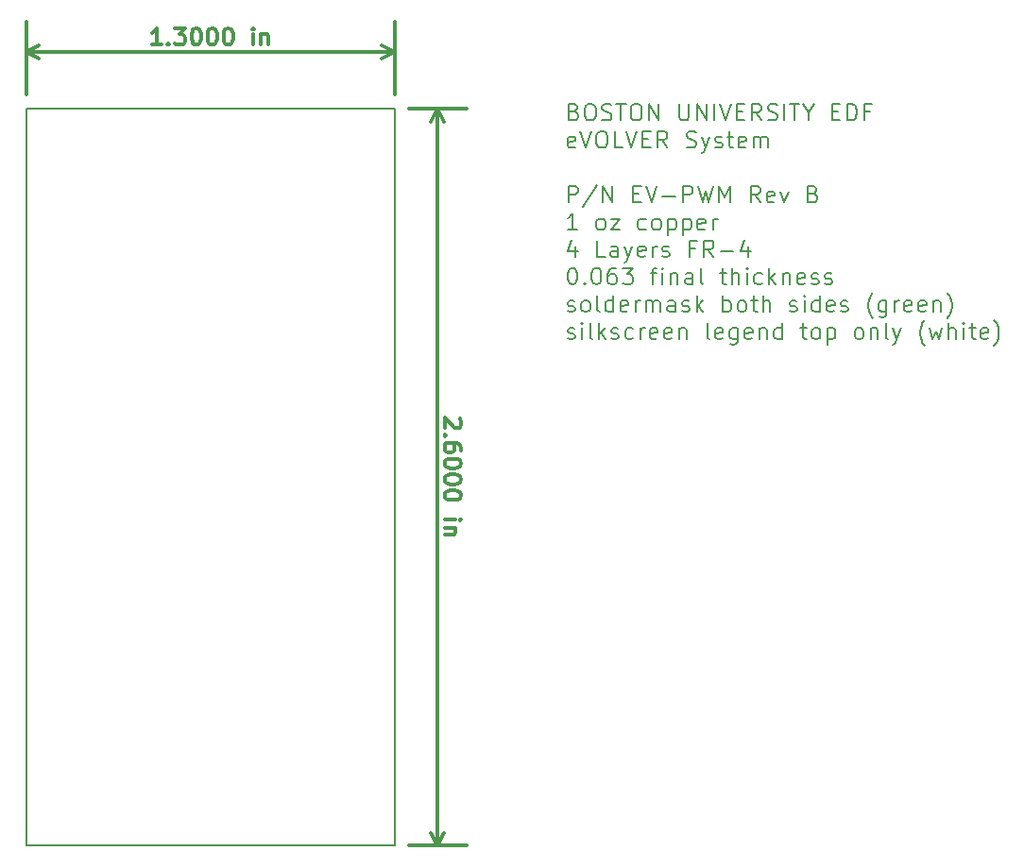
<source format=gbr>
G04 #@! TF.FileFunction,Drawing*
%FSLAX46Y46*%
G04 Gerber Fmt 4.6, Leading zero omitted, Abs format (unit mm)*
G04 Created by KiCad (PCBNEW 4.0.3+e1-6302~38~ubuntu14.04.1-stable) date Fri Aug 19 16:23:58 2016*
%MOMM*%
%LPD*%
G01*
G04 APERTURE LIST*
%ADD10C,0.100000*%
%ADD11C,0.300000*%
%ADD12C,0.203200*%
%ADD13C,0.150000*%
G04 APERTURE END LIST*
D10*
D11*
X192528571Y-98890001D02*
X192600000Y-98961430D01*
X192671429Y-99104287D01*
X192671429Y-99461430D01*
X192600000Y-99604287D01*
X192528571Y-99675716D01*
X192385714Y-99747144D01*
X192242857Y-99747144D01*
X192028571Y-99675716D01*
X191171429Y-98818573D01*
X191171429Y-99747144D01*
X191314286Y-100390001D02*
X191242857Y-100461429D01*
X191171429Y-100390001D01*
X191242857Y-100318572D01*
X191314286Y-100390001D01*
X191171429Y-100390001D01*
X192671429Y-101747144D02*
X192671429Y-101461430D01*
X192600000Y-101318573D01*
X192528571Y-101247144D01*
X192314286Y-101104287D01*
X192028571Y-101032858D01*
X191457143Y-101032858D01*
X191314286Y-101104287D01*
X191242857Y-101175715D01*
X191171429Y-101318573D01*
X191171429Y-101604287D01*
X191242857Y-101747144D01*
X191314286Y-101818573D01*
X191457143Y-101890001D01*
X191814286Y-101890001D01*
X191957143Y-101818573D01*
X192028571Y-101747144D01*
X192100000Y-101604287D01*
X192100000Y-101318573D01*
X192028571Y-101175715D01*
X191957143Y-101104287D01*
X191814286Y-101032858D01*
X192671429Y-102818572D02*
X192671429Y-102961429D01*
X192600000Y-103104286D01*
X192528571Y-103175715D01*
X192385714Y-103247144D01*
X192100000Y-103318572D01*
X191742857Y-103318572D01*
X191457143Y-103247144D01*
X191314286Y-103175715D01*
X191242857Y-103104286D01*
X191171429Y-102961429D01*
X191171429Y-102818572D01*
X191242857Y-102675715D01*
X191314286Y-102604286D01*
X191457143Y-102532858D01*
X191742857Y-102461429D01*
X192100000Y-102461429D01*
X192385714Y-102532858D01*
X192528571Y-102604286D01*
X192600000Y-102675715D01*
X192671429Y-102818572D01*
X192671429Y-104247143D02*
X192671429Y-104390000D01*
X192600000Y-104532857D01*
X192528571Y-104604286D01*
X192385714Y-104675715D01*
X192100000Y-104747143D01*
X191742857Y-104747143D01*
X191457143Y-104675715D01*
X191314286Y-104604286D01*
X191242857Y-104532857D01*
X191171429Y-104390000D01*
X191171429Y-104247143D01*
X191242857Y-104104286D01*
X191314286Y-104032857D01*
X191457143Y-103961429D01*
X191742857Y-103890000D01*
X192100000Y-103890000D01*
X192385714Y-103961429D01*
X192528571Y-104032857D01*
X192600000Y-104104286D01*
X192671429Y-104247143D01*
X192671429Y-105675714D02*
X192671429Y-105818571D01*
X192600000Y-105961428D01*
X192528571Y-106032857D01*
X192385714Y-106104286D01*
X192100000Y-106175714D01*
X191742857Y-106175714D01*
X191457143Y-106104286D01*
X191314286Y-106032857D01*
X191242857Y-105961428D01*
X191171429Y-105818571D01*
X191171429Y-105675714D01*
X191242857Y-105532857D01*
X191314286Y-105461428D01*
X191457143Y-105390000D01*
X191742857Y-105318571D01*
X192100000Y-105318571D01*
X192385714Y-105390000D01*
X192528571Y-105461428D01*
X192600000Y-105532857D01*
X192671429Y-105675714D01*
X191171429Y-107961428D02*
X192171429Y-107961428D01*
X192671429Y-107961428D02*
X192600000Y-107889999D01*
X192528571Y-107961428D01*
X192600000Y-108032856D01*
X192671429Y-107961428D01*
X192528571Y-107961428D01*
X192171429Y-108675714D02*
X191171429Y-108675714D01*
X192028571Y-108675714D02*
X192100000Y-108747142D01*
X192171429Y-108890000D01*
X192171429Y-109104285D01*
X192100000Y-109247142D01*
X191957143Y-109318571D01*
X191171429Y-109318571D01*
X190500000Y-71120000D02*
X190500000Y-137160000D01*
X187960000Y-71120000D02*
X193200000Y-71120000D01*
X187960000Y-137160000D02*
X193200000Y-137160000D01*
X190500000Y-137160000D02*
X189913579Y-136033496D01*
X190500000Y-137160000D02*
X191086421Y-136033496D01*
X190500000Y-71120000D02*
X189913579Y-72246504D01*
X190500000Y-71120000D02*
X191086421Y-72246504D01*
X165787144Y-65368571D02*
X164930001Y-65368571D01*
X165358573Y-65368571D02*
X165358573Y-63868571D01*
X165215716Y-64082857D01*
X165072858Y-64225714D01*
X164930001Y-64297143D01*
X166430001Y-65225714D02*
X166501429Y-65297143D01*
X166430001Y-65368571D01*
X166358572Y-65297143D01*
X166430001Y-65225714D01*
X166430001Y-65368571D01*
X167001430Y-63868571D02*
X167930001Y-63868571D01*
X167430001Y-64440000D01*
X167644287Y-64440000D01*
X167787144Y-64511429D01*
X167858573Y-64582857D01*
X167930001Y-64725714D01*
X167930001Y-65082857D01*
X167858573Y-65225714D01*
X167787144Y-65297143D01*
X167644287Y-65368571D01*
X167215715Y-65368571D01*
X167072858Y-65297143D01*
X167001430Y-65225714D01*
X168858572Y-63868571D02*
X169001429Y-63868571D01*
X169144286Y-63940000D01*
X169215715Y-64011429D01*
X169287144Y-64154286D01*
X169358572Y-64440000D01*
X169358572Y-64797143D01*
X169287144Y-65082857D01*
X169215715Y-65225714D01*
X169144286Y-65297143D01*
X169001429Y-65368571D01*
X168858572Y-65368571D01*
X168715715Y-65297143D01*
X168644286Y-65225714D01*
X168572858Y-65082857D01*
X168501429Y-64797143D01*
X168501429Y-64440000D01*
X168572858Y-64154286D01*
X168644286Y-64011429D01*
X168715715Y-63940000D01*
X168858572Y-63868571D01*
X170287143Y-63868571D02*
X170430000Y-63868571D01*
X170572857Y-63940000D01*
X170644286Y-64011429D01*
X170715715Y-64154286D01*
X170787143Y-64440000D01*
X170787143Y-64797143D01*
X170715715Y-65082857D01*
X170644286Y-65225714D01*
X170572857Y-65297143D01*
X170430000Y-65368571D01*
X170287143Y-65368571D01*
X170144286Y-65297143D01*
X170072857Y-65225714D01*
X170001429Y-65082857D01*
X169930000Y-64797143D01*
X169930000Y-64440000D01*
X170001429Y-64154286D01*
X170072857Y-64011429D01*
X170144286Y-63940000D01*
X170287143Y-63868571D01*
X171715714Y-63868571D02*
X171858571Y-63868571D01*
X172001428Y-63940000D01*
X172072857Y-64011429D01*
X172144286Y-64154286D01*
X172215714Y-64440000D01*
X172215714Y-64797143D01*
X172144286Y-65082857D01*
X172072857Y-65225714D01*
X172001428Y-65297143D01*
X171858571Y-65368571D01*
X171715714Y-65368571D01*
X171572857Y-65297143D01*
X171501428Y-65225714D01*
X171430000Y-65082857D01*
X171358571Y-64797143D01*
X171358571Y-64440000D01*
X171430000Y-64154286D01*
X171501428Y-64011429D01*
X171572857Y-63940000D01*
X171715714Y-63868571D01*
X174001428Y-65368571D02*
X174001428Y-64368571D01*
X174001428Y-63868571D02*
X173929999Y-63940000D01*
X174001428Y-64011429D01*
X174072856Y-63940000D01*
X174001428Y-63868571D01*
X174001428Y-64011429D01*
X174715714Y-64368571D02*
X174715714Y-65368571D01*
X174715714Y-64511429D02*
X174787142Y-64440000D01*
X174930000Y-64368571D01*
X175144285Y-64368571D01*
X175287142Y-64440000D01*
X175358571Y-64582857D01*
X175358571Y-65368571D01*
X153670000Y-66040000D02*
X186690000Y-66040000D01*
X153670000Y-69850000D02*
X153670000Y-63340000D01*
X186690000Y-69850000D02*
X186690000Y-63340000D01*
X186690000Y-66040000D02*
X185563496Y-66626421D01*
X186690000Y-66040000D02*
X185563496Y-65453579D01*
X153670000Y-66040000D02*
X154796504Y-66626421D01*
X153670000Y-66040000D02*
X154796504Y-65453579D01*
D12*
X202787143Y-71360057D02*
X203001429Y-71431486D01*
X203072857Y-71502914D01*
X203144286Y-71645771D01*
X203144286Y-71860057D01*
X203072857Y-72002914D01*
X203001429Y-72074343D01*
X202858571Y-72145771D01*
X202287143Y-72145771D01*
X202287143Y-70645771D01*
X202787143Y-70645771D01*
X202930000Y-70717200D01*
X203001429Y-70788629D01*
X203072857Y-70931486D01*
X203072857Y-71074343D01*
X203001429Y-71217200D01*
X202930000Y-71288629D01*
X202787143Y-71360057D01*
X202287143Y-71360057D01*
X204072857Y-70645771D02*
X204358571Y-70645771D01*
X204501429Y-70717200D01*
X204644286Y-70860057D01*
X204715714Y-71145771D01*
X204715714Y-71645771D01*
X204644286Y-71931486D01*
X204501429Y-72074343D01*
X204358571Y-72145771D01*
X204072857Y-72145771D01*
X203930000Y-72074343D01*
X203787143Y-71931486D01*
X203715714Y-71645771D01*
X203715714Y-71145771D01*
X203787143Y-70860057D01*
X203930000Y-70717200D01*
X204072857Y-70645771D01*
X205287143Y-72074343D02*
X205501429Y-72145771D01*
X205858572Y-72145771D01*
X206001429Y-72074343D01*
X206072858Y-72002914D01*
X206144286Y-71860057D01*
X206144286Y-71717200D01*
X206072858Y-71574343D01*
X206001429Y-71502914D01*
X205858572Y-71431486D01*
X205572858Y-71360057D01*
X205430000Y-71288629D01*
X205358572Y-71217200D01*
X205287143Y-71074343D01*
X205287143Y-70931486D01*
X205358572Y-70788629D01*
X205430000Y-70717200D01*
X205572858Y-70645771D01*
X205930000Y-70645771D01*
X206144286Y-70717200D01*
X206572857Y-70645771D02*
X207430000Y-70645771D01*
X207001429Y-72145771D02*
X207001429Y-70645771D01*
X208215714Y-70645771D02*
X208501428Y-70645771D01*
X208644286Y-70717200D01*
X208787143Y-70860057D01*
X208858571Y-71145771D01*
X208858571Y-71645771D01*
X208787143Y-71931486D01*
X208644286Y-72074343D01*
X208501428Y-72145771D01*
X208215714Y-72145771D01*
X208072857Y-72074343D01*
X207930000Y-71931486D01*
X207858571Y-71645771D01*
X207858571Y-71145771D01*
X207930000Y-70860057D01*
X208072857Y-70717200D01*
X208215714Y-70645771D01*
X209501429Y-72145771D02*
X209501429Y-70645771D01*
X210358572Y-72145771D01*
X210358572Y-70645771D01*
X212215715Y-70645771D02*
X212215715Y-71860057D01*
X212287143Y-72002914D01*
X212358572Y-72074343D01*
X212501429Y-72145771D01*
X212787143Y-72145771D01*
X212930001Y-72074343D01*
X213001429Y-72002914D01*
X213072858Y-71860057D01*
X213072858Y-70645771D01*
X213787144Y-72145771D02*
X213787144Y-70645771D01*
X214644287Y-72145771D01*
X214644287Y-70645771D01*
X215358573Y-72145771D02*
X215358573Y-70645771D01*
X215858573Y-70645771D02*
X216358573Y-72145771D01*
X216858573Y-70645771D01*
X217358573Y-71360057D02*
X217858573Y-71360057D01*
X218072859Y-72145771D02*
X217358573Y-72145771D01*
X217358573Y-70645771D01*
X218072859Y-70645771D01*
X219572859Y-72145771D02*
X219072859Y-71431486D01*
X218715716Y-72145771D02*
X218715716Y-70645771D01*
X219287144Y-70645771D01*
X219430002Y-70717200D01*
X219501430Y-70788629D01*
X219572859Y-70931486D01*
X219572859Y-71145771D01*
X219501430Y-71288629D01*
X219430002Y-71360057D01*
X219287144Y-71431486D01*
X218715716Y-71431486D01*
X220144287Y-72074343D02*
X220358573Y-72145771D01*
X220715716Y-72145771D01*
X220858573Y-72074343D01*
X220930002Y-72002914D01*
X221001430Y-71860057D01*
X221001430Y-71717200D01*
X220930002Y-71574343D01*
X220858573Y-71502914D01*
X220715716Y-71431486D01*
X220430002Y-71360057D01*
X220287144Y-71288629D01*
X220215716Y-71217200D01*
X220144287Y-71074343D01*
X220144287Y-70931486D01*
X220215716Y-70788629D01*
X220287144Y-70717200D01*
X220430002Y-70645771D01*
X220787144Y-70645771D01*
X221001430Y-70717200D01*
X221644287Y-72145771D02*
X221644287Y-70645771D01*
X222144287Y-70645771D02*
X223001430Y-70645771D01*
X222572859Y-72145771D02*
X222572859Y-70645771D01*
X223787144Y-71431486D02*
X223787144Y-72145771D01*
X223287144Y-70645771D02*
X223787144Y-71431486D01*
X224287144Y-70645771D01*
X225930001Y-71360057D02*
X226430001Y-71360057D01*
X226644287Y-72145771D02*
X225930001Y-72145771D01*
X225930001Y-70645771D01*
X226644287Y-70645771D01*
X227287144Y-72145771D02*
X227287144Y-70645771D01*
X227644287Y-70645771D01*
X227858572Y-70717200D01*
X228001430Y-70860057D01*
X228072858Y-71002914D01*
X228144287Y-71288629D01*
X228144287Y-71502914D01*
X228072858Y-71788629D01*
X228001430Y-71931486D01*
X227858572Y-72074343D01*
X227644287Y-72145771D01*
X227287144Y-72145771D01*
X229287144Y-71360057D02*
X228787144Y-71360057D01*
X228787144Y-72145771D02*
X228787144Y-70645771D01*
X229501430Y-70645771D01*
X202858571Y-74527543D02*
X202715714Y-74598971D01*
X202430000Y-74598971D01*
X202287143Y-74527543D01*
X202215714Y-74384686D01*
X202215714Y-73813257D01*
X202287143Y-73670400D01*
X202430000Y-73598971D01*
X202715714Y-73598971D01*
X202858571Y-73670400D01*
X202930000Y-73813257D01*
X202930000Y-73956114D01*
X202215714Y-74098971D01*
X203358571Y-73098971D02*
X203858571Y-74598971D01*
X204358571Y-73098971D01*
X205144285Y-73098971D02*
X205429999Y-73098971D01*
X205572857Y-73170400D01*
X205715714Y-73313257D01*
X205787142Y-73598971D01*
X205787142Y-74098971D01*
X205715714Y-74384686D01*
X205572857Y-74527543D01*
X205429999Y-74598971D01*
X205144285Y-74598971D01*
X205001428Y-74527543D01*
X204858571Y-74384686D01*
X204787142Y-74098971D01*
X204787142Y-73598971D01*
X204858571Y-73313257D01*
X205001428Y-73170400D01*
X205144285Y-73098971D01*
X207144286Y-74598971D02*
X206430000Y-74598971D01*
X206430000Y-73098971D01*
X207430000Y-73098971D02*
X207930000Y-74598971D01*
X208430000Y-73098971D01*
X208930000Y-73813257D02*
X209430000Y-73813257D01*
X209644286Y-74598971D02*
X208930000Y-74598971D01*
X208930000Y-73098971D01*
X209644286Y-73098971D01*
X211144286Y-74598971D02*
X210644286Y-73884686D01*
X210287143Y-74598971D02*
X210287143Y-73098971D01*
X210858571Y-73098971D01*
X211001429Y-73170400D01*
X211072857Y-73241829D01*
X211144286Y-73384686D01*
X211144286Y-73598971D01*
X211072857Y-73741829D01*
X211001429Y-73813257D01*
X210858571Y-73884686D01*
X210287143Y-73884686D01*
X212858571Y-74527543D02*
X213072857Y-74598971D01*
X213430000Y-74598971D01*
X213572857Y-74527543D01*
X213644286Y-74456114D01*
X213715714Y-74313257D01*
X213715714Y-74170400D01*
X213644286Y-74027543D01*
X213572857Y-73956114D01*
X213430000Y-73884686D01*
X213144286Y-73813257D01*
X213001428Y-73741829D01*
X212930000Y-73670400D01*
X212858571Y-73527543D01*
X212858571Y-73384686D01*
X212930000Y-73241829D01*
X213001428Y-73170400D01*
X213144286Y-73098971D01*
X213501428Y-73098971D01*
X213715714Y-73170400D01*
X214215714Y-73598971D02*
X214572857Y-74598971D01*
X214929999Y-73598971D02*
X214572857Y-74598971D01*
X214429999Y-74956114D01*
X214358571Y-75027543D01*
X214215714Y-75098971D01*
X215429999Y-74527543D02*
X215572856Y-74598971D01*
X215858571Y-74598971D01*
X216001428Y-74527543D01*
X216072856Y-74384686D01*
X216072856Y-74313257D01*
X216001428Y-74170400D01*
X215858571Y-74098971D01*
X215644285Y-74098971D01*
X215501428Y-74027543D01*
X215429999Y-73884686D01*
X215429999Y-73813257D01*
X215501428Y-73670400D01*
X215644285Y-73598971D01*
X215858571Y-73598971D01*
X216001428Y-73670400D01*
X216501428Y-73598971D02*
X217072857Y-73598971D01*
X216715714Y-73098971D02*
X216715714Y-74384686D01*
X216787142Y-74527543D01*
X216930000Y-74598971D01*
X217072857Y-74598971D01*
X218144285Y-74527543D02*
X218001428Y-74598971D01*
X217715714Y-74598971D01*
X217572857Y-74527543D01*
X217501428Y-74384686D01*
X217501428Y-73813257D01*
X217572857Y-73670400D01*
X217715714Y-73598971D01*
X218001428Y-73598971D01*
X218144285Y-73670400D01*
X218215714Y-73813257D01*
X218215714Y-73956114D01*
X217501428Y-74098971D01*
X218858571Y-74598971D02*
X218858571Y-73598971D01*
X218858571Y-73741829D02*
X218929999Y-73670400D01*
X219072857Y-73598971D01*
X219287142Y-73598971D01*
X219429999Y-73670400D01*
X219501428Y-73813257D01*
X219501428Y-74598971D01*
X219501428Y-73813257D02*
X219572857Y-73670400D01*
X219715714Y-73598971D01*
X219929999Y-73598971D01*
X220072857Y-73670400D01*
X220144285Y-73813257D01*
X220144285Y-74598971D01*
X202287143Y-79505371D02*
X202287143Y-78005371D01*
X202858571Y-78005371D01*
X203001429Y-78076800D01*
X203072857Y-78148229D01*
X203144286Y-78291086D01*
X203144286Y-78505371D01*
X203072857Y-78648229D01*
X203001429Y-78719657D01*
X202858571Y-78791086D01*
X202287143Y-78791086D01*
X204858571Y-77933943D02*
X203572857Y-79862514D01*
X205358572Y-79505371D02*
X205358572Y-78005371D01*
X206215715Y-79505371D01*
X206215715Y-78005371D01*
X208072858Y-78719657D02*
X208572858Y-78719657D01*
X208787144Y-79505371D02*
X208072858Y-79505371D01*
X208072858Y-78005371D01*
X208787144Y-78005371D01*
X209215715Y-78005371D02*
X209715715Y-79505371D01*
X210215715Y-78005371D01*
X210715715Y-78933943D02*
X211858572Y-78933943D01*
X212572858Y-79505371D02*
X212572858Y-78005371D01*
X213144286Y-78005371D01*
X213287144Y-78076800D01*
X213358572Y-78148229D01*
X213430001Y-78291086D01*
X213430001Y-78505371D01*
X213358572Y-78648229D01*
X213287144Y-78719657D01*
X213144286Y-78791086D01*
X212572858Y-78791086D01*
X213930001Y-78005371D02*
X214287144Y-79505371D01*
X214572858Y-78433943D01*
X214858572Y-79505371D01*
X215215715Y-78005371D01*
X215787144Y-79505371D02*
X215787144Y-78005371D01*
X216287144Y-79076800D01*
X216787144Y-78005371D01*
X216787144Y-79505371D01*
X219501430Y-79505371D02*
X219001430Y-78791086D01*
X218644287Y-79505371D02*
X218644287Y-78005371D01*
X219215715Y-78005371D01*
X219358573Y-78076800D01*
X219430001Y-78148229D01*
X219501430Y-78291086D01*
X219501430Y-78505371D01*
X219430001Y-78648229D01*
X219358573Y-78719657D01*
X219215715Y-78791086D01*
X218644287Y-78791086D01*
X220715715Y-79433943D02*
X220572858Y-79505371D01*
X220287144Y-79505371D01*
X220144287Y-79433943D01*
X220072858Y-79291086D01*
X220072858Y-78719657D01*
X220144287Y-78576800D01*
X220287144Y-78505371D01*
X220572858Y-78505371D01*
X220715715Y-78576800D01*
X220787144Y-78719657D01*
X220787144Y-78862514D01*
X220072858Y-79005371D01*
X221287144Y-78505371D02*
X221644287Y-79505371D01*
X222001429Y-78505371D01*
X224215715Y-78719657D02*
X224430001Y-78791086D01*
X224501429Y-78862514D01*
X224572858Y-79005371D01*
X224572858Y-79219657D01*
X224501429Y-79362514D01*
X224430001Y-79433943D01*
X224287143Y-79505371D01*
X223715715Y-79505371D01*
X223715715Y-78005371D01*
X224215715Y-78005371D01*
X224358572Y-78076800D01*
X224430001Y-78148229D01*
X224501429Y-78291086D01*
X224501429Y-78433943D01*
X224430001Y-78576800D01*
X224358572Y-78648229D01*
X224215715Y-78719657D01*
X223715715Y-78719657D01*
X203072857Y-81958571D02*
X202215714Y-81958571D01*
X202644286Y-81958571D02*
X202644286Y-80458571D01*
X202501429Y-80672857D01*
X202358571Y-80815714D01*
X202215714Y-80887143D01*
X205072857Y-81958571D02*
X204929999Y-81887143D01*
X204858571Y-81815714D01*
X204787142Y-81672857D01*
X204787142Y-81244286D01*
X204858571Y-81101429D01*
X204929999Y-81030000D01*
X205072857Y-80958571D01*
X205287142Y-80958571D01*
X205429999Y-81030000D01*
X205501428Y-81101429D01*
X205572857Y-81244286D01*
X205572857Y-81672857D01*
X205501428Y-81815714D01*
X205429999Y-81887143D01*
X205287142Y-81958571D01*
X205072857Y-81958571D01*
X206072857Y-80958571D02*
X206858571Y-80958571D01*
X206072857Y-81958571D01*
X206858571Y-81958571D01*
X209215714Y-81887143D02*
X209072857Y-81958571D01*
X208787143Y-81958571D01*
X208644285Y-81887143D01*
X208572857Y-81815714D01*
X208501428Y-81672857D01*
X208501428Y-81244286D01*
X208572857Y-81101429D01*
X208644285Y-81030000D01*
X208787143Y-80958571D01*
X209072857Y-80958571D01*
X209215714Y-81030000D01*
X210072857Y-81958571D02*
X209929999Y-81887143D01*
X209858571Y-81815714D01*
X209787142Y-81672857D01*
X209787142Y-81244286D01*
X209858571Y-81101429D01*
X209929999Y-81030000D01*
X210072857Y-80958571D01*
X210287142Y-80958571D01*
X210429999Y-81030000D01*
X210501428Y-81101429D01*
X210572857Y-81244286D01*
X210572857Y-81672857D01*
X210501428Y-81815714D01*
X210429999Y-81887143D01*
X210287142Y-81958571D01*
X210072857Y-81958571D01*
X211215714Y-80958571D02*
X211215714Y-82458571D01*
X211215714Y-81030000D02*
X211358571Y-80958571D01*
X211644285Y-80958571D01*
X211787142Y-81030000D01*
X211858571Y-81101429D01*
X211930000Y-81244286D01*
X211930000Y-81672857D01*
X211858571Y-81815714D01*
X211787142Y-81887143D01*
X211644285Y-81958571D01*
X211358571Y-81958571D01*
X211215714Y-81887143D01*
X212572857Y-80958571D02*
X212572857Y-82458571D01*
X212572857Y-81030000D02*
X212715714Y-80958571D01*
X213001428Y-80958571D01*
X213144285Y-81030000D01*
X213215714Y-81101429D01*
X213287143Y-81244286D01*
X213287143Y-81672857D01*
X213215714Y-81815714D01*
X213144285Y-81887143D01*
X213001428Y-81958571D01*
X212715714Y-81958571D01*
X212572857Y-81887143D01*
X214501428Y-81887143D02*
X214358571Y-81958571D01*
X214072857Y-81958571D01*
X213930000Y-81887143D01*
X213858571Y-81744286D01*
X213858571Y-81172857D01*
X213930000Y-81030000D01*
X214072857Y-80958571D01*
X214358571Y-80958571D01*
X214501428Y-81030000D01*
X214572857Y-81172857D01*
X214572857Y-81315714D01*
X213858571Y-81458571D01*
X215215714Y-81958571D02*
X215215714Y-80958571D01*
X215215714Y-81244286D02*
X215287142Y-81101429D01*
X215358571Y-81030000D01*
X215501428Y-80958571D01*
X215644285Y-80958571D01*
X202930000Y-83411771D02*
X202930000Y-84411771D01*
X202572857Y-82840343D02*
X202215714Y-83911771D01*
X203144286Y-83911771D01*
X205572857Y-84411771D02*
X204858571Y-84411771D01*
X204858571Y-82911771D01*
X206715714Y-84411771D02*
X206715714Y-83626057D01*
X206644285Y-83483200D01*
X206501428Y-83411771D01*
X206215714Y-83411771D01*
X206072857Y-83483200D01*
X206715714Y-84340343D02*
X206572857Y-84411771D01*
X206215714Y-84411771D01*
X206072857Y-84340343D01*
X206001428Y-84197486D01*
X206001428Y-84054629D01*
X206072857Y-83911771D01*
X206215714Y-83840343D01*
X206572857Y-83840343D01*
X206715714Y-83768914D01*
X207287143Y-83411771D02*
X207644286Y-84411771D01*
X208001428Y-83411771D02*
X207644286Y-84411771D01*
X207501428Y-84768914D01*
X207430000Y-84840343D01*
X207287143Y-84911771D01*
X209144285Y-84340343D02*
X209001428Y-84411771D01*
X208715714Y-84411771D01*
X208572857Y-84340343D01*
X208501428Y-84197486D01*
X208501428Y-83626057D01*
X208572857Y-83483200D01*
X208715714Y-83411771D01*
X209001428Y-83411771D01*
X209144285Y-83483200D01*
X209215714Y-83626057D01*
X209215714Y-83768914D01*
X208501428Y-83911771D01*
X209858571Y-84411771D02*
X209858571Y-83411771D01*
X209858571Y-83697486D02*
X209929999Y-83554629D01*
X210001428Y-83483200D01*
X210144285Y-83411771D01*
X210287142Y-83411771D01*
X210715713Y-84340343D02*
X210858570Y-84411771D01*
X211144285Y-84411771D01*
X211287142Y-84340343D01*
X211358570Y-84197486D01*
X211358570Y-84126057D01*
X211287142Y-83983200D01*
X211144285Y-83911771D01*
X210929999Y-83911771D01*
X210787142Y-83840343D01*
X210715713Y-83697486D01*
X210715713Y-83626057D01*
X210787142Y-83483200D01*
X210929999Y-83411771D01*
X211144285Y-83411771D01*
X211287142Y-83483200D01*
X213644285Y-83626057D02*
X213144285Y-83626057D01*
X213144285Y-84411771D02*
X213144285Y-82911771D01*
X213858571Y-82911771D01*
X215287142Y-84411771D02*
X214787142Y-83697486D01*
X214429999Y-84411771D02*
X214429999Y-82911771D01*
X215001427Y-82911771D01*
X215144285Y-82983200D01*
X215215713Y-83054629D01*
X215287142Y-83197486D01*
X215287142Y-83411771D01*
X215215713Y-83554629D01*
X215144285Y-83626057D01*
X215001427Y-83697486D01*
X214429999Y-83697486D01*
X215929999Y-83840343D02*
X217072856Y-83840343D01*
X218429999Y-83411771D02*
X218429999Y-84411771D01*
X218072856Y-82840343D02*
X217715713Y-83911771D01*
X218644285Y-83911771D01*
X202572857Y-85364971D02*
X202715714Y-85364971D01*
X202858571Y-85436400D01*
X202930000Y-85507829D01*
X203001429Y-85650686D01*
X203072857Y-85936400D01*
X203072857Y-86293543D01*
X203001429Y-86579257D01*
X202930000Y-86722114D01*
X202858571Y-86793543D01*
X202715714Y-86864971D01*
X202572857Y-86864971D01*
X202430000Y-86793543D01*
X202358571Y-86722114D01*
X202287143Y-86579257D01*
X202215714Y-86293543D01*
X202215714Y-85936400D01*
X202287143Y-85650686D01*
X202358571Y-85507829D01*
X202430000Y-85436400D01*
X202572857Y-85364971D01*
X203715714Y-86722114D02*
X203787142Y-86793543D01*
X203715714Y-86864971D01*
X203644285Y-86793543D01*
X203715714Y-86722114D01*
X203715714Y-86864971D01*
X204715714Y-85364971D02*
X204858571Y-85364971D01*
X205001428Y-85436400D01*
X205072857Y-85507829D01*
X205144286Y-85650686D01*
X205215714Y-85936400D01*
X205215714Y-86293543D01*
X205144286Y-86579257D01*
X205072857Y-86722114D01*
X205001428Y-86793543D01*
X204858571Y-86864971D01*
X204715714Y-86864971D01*
X204572857Y-86793543D01*
X204501428Y-86722114D01*
X204430000Y-86579257D01*
X204358571Y-86293543D01*
X204358571Y-85936400D01*
X204430000Y-85650686D01*
X204501428Y-85507829D01*
X204572857Y-85436400D01*
X204715714Y-85364971D01*
X206501428Y-85364971D02*
X206215714Y-85364971D01*
X206072857Y-85436400D01*
X206001428Y-85507829D01*
X205858571Y-85722114D01*
X205787142Y-86007829D01*
X205787142Y-86579257D01*
X205858571Y-86722114D01*
X205929999Y-86793543D01*
X206072857Y-86864971D01*
X206358571Y-86864971D01*
X206501428Y-86793543D01*
X206572857Y-86722114D01*
X206644285Y-86579257D01*
X206644285Y-86222114D01*
X206572857Y-86079257D01*
X206501428Y-86007829D01*
X206358571Y-85936400D01*
X206072857Y-85936400D01*
X205929999Y-86007829D01*
X205858571Y-86079257D01*
X205787142Y-86222114D01*
X207144285Y-85364971D02*
X208072856Y-85364971D01*
X207572856Y-85936400D01*
X207787142Y-85936400D01*
X207929999Y-86007829D01*
X208001428Y-86079257D01*
X208072856Y-86222114D01*
X208072856Y-86579257D01*
X208001428Y-86722114D01*
X207929999Y-86793543D01*
X207787142Y-86864971D01*
X207358570Y-86864971D01*
X207215713Y-86793543D01*
X207144285Y-86722114D01*
X209644284Y-85864971D02*
X210215713Y-85864971D01*
X209858570Y-86864971D02*
X209858570Y-85579257D01*
X209929998Y-85436400D01*
X210072856Y-85364971D01*
X210215713Y-85364971D01*
X210715713Y-86864971D02*
X210715713Y-85864971D01*
X210715713Y-85364971D02*
X210644284Y-85436400D01*
X210715713Y-85507829D01*
X210787141Y-85436400D01*
X210715713Y-85364971D01*
X210715713Y-85507829D01*
X211429999Y-85864971D02*
X211429999Y-86864971D01*
X211429999Y-86007829D02*
X211501427Y-85936400D01*
X211644285Y-85864971D01*
X211858570Y-85864971D01*
X212001427Y-85936400D01*
X212072856Y-86079257D01*
X212072856Y-86864971D01*
X213429999Y-86864971D02*
X213429999Y-86079257D01*
X213358570Y-85936400D01*
X213215713Y-85864971D01*
X212929999Y-85864971D01*
X212787142Y-85936400D01*
X213429999Y-86793543D02*
X213287142Y-86864971D01*
X212929999Y-86864971D01*
X212787142Y-86793543D01*
X212715713Y-86650686D01*
X212715713Y-86507829D01*
X212787142Y-86364971D01*
X212929999Y-86293543D01*
X213287142Y-86293543D01*
X213429999Y-86222114D01*
X214358571Y-86864971D02*
X214215713Y-86793543D01*
X214144285Y-86650686D01*
X214144285Y-85364971D01*
X215858570Y-85864971D02*
X216429999Y-85864971D01*
X216072856Y-85364971D02*
X216072856Y-86650686D01*
X216144284Y-86793543D01*
X216287142Y-86864971D01*
X216429999Y-86864971D01*
X216929999Y-86864971D02*
X216929999Y-85364971D01*
X217572856Y-86864971D02*
X217572856Y-86079257D01*
X217501427Y-85936400D01*
X217358570Y-85864971D01*
X217144285Y-85864971D01*
X217001427Y-85936400D01*
X216929999Y-86007829D01*
X218287142Y-86864971D02*
X218287142Y-85864971D01*
X218287142Y-85364971D02*
X218215713Y-85436400D01*
X218287142Y-85507829D01*
X218358570Y-85436400D01*
X218287142Y-85364971D01*
X218287142Y-85507829D01*
X219644285Y-86793543D02*
X219501428Y-86864971D01*
X219215714Y-86864971D01*
X219072856Y-86793543D01*
X219001428Y-86722114D01*
X218929999Y-86579257D01*
X218929999Y-86150686D01*
X219001428Y-86007829D01*
X219072856Y-85936400D01*
X219215714Y-85864971D01*
X219501428Y-85864971D01*
X219644285Y-85936400D01*
X220287142Y-86864971D02*
X220287142Y-85364971D01*
X220429999Y-86293543D02*
X220858570Y-86864971D01*
X220858570Y-85864971D02*
X220287142Y-86436400D01*
X221501428Y-85864971D02*
X221501428Y-86864971D01*
X221501428Y-86007829D02*
X221572856Y-85936400D01*
X221715714Y-85864971D01*
X221929999Y-85864971D01*
X222072856Y-85936400D01*
X222144285Y-86079257D01*
X222144285Y-86864971D01*
X223429999Y-86793543D02*
X223287142Y-86864971D01*
X223001428Y-86864971D01*
X222858571Y-86793543D01*
X222787142Y-86650686D01*
X222787142Y-86079257D01*
X222858571Y-85936400D01*
X223001428Y-85864971D01*
X223287142Y-85864971D01*
X223429999Y-85936400D01*
X223501428Y-86079257D01*
X223501428Y-86222114D01*
X222787142Y-86364971D01*
X224072856Y-86793543D02*
X224215713Y-86864971D01*
X224501428Y-86864971D01*
X224644285Y-86793543D01*
X224715713Y-86650686D01*
X224715713Y-86579257D01*
X224644285Y-86436400D01*
X224501428Y-86364971D01*
X224287142Y-86364971D01*
X224144285Y-86293543D01*
X224072856Y-86150686D01*
X224072856Y-86079257D01*
X224144285Y-85936400D01*
X224287142Y-85864971D01*
X224501428Y-85864971D01*
X224644285Y-85936400D01*
X225287142Y-86793543D02*
X225429999Y-86864971D01*
X225715714Y-86864971D01*
X225858571Y-86793543D01*
X225929999Y-86650686D01*
X225929999Y-86579257D01*
X225858571Y-86436400D01*
X225715714Y-86364971D01*
X225501428Y-86364971D01*
X225358571Y-86293543D01*
X225287142Y-86150686D01*
X225287142Y-86079257D01*
X225358571Y-85936400D01*
X225501428Y-85864971D01*
X225715714Y-85864971D01*
X225858571Y-85936400D01*
X202215714Y-89246743D02*
X202358571Y-89318171D01*
X202644286Y-89318171D01*
X202787143Y-89246743D01*
X202858571Y-89103886D01*
X202858571Y-89032457D01*
X202787143Y-88889600D01*
X202644286Y-88818171D01*
X202430000Y-88818171D01*
X202287143Y-88746743D01*
X202215714Y-88603886D01*
X202215714Y-88532457D01*
X202287143Y-88389600D01*
X202430000Y-88318171D01*
X202644286Y-88318171D01*
X202787143Y-88389600D01*
X203715715Y-89318171D02*
X203572857Y-89246743D01*
X203501429Y-89175314D01*
X203430000Y-89032457D01*
X203430000Y-88603886D01*
X203501429Y-88461029D01*
X203572857Y-88389600D01*
X203715715Y-88318171D01*
X203930000Y-88318171D01*
X204072857Y-88389600D01*
X204144286Y-88461029D01*
X204215715Y-88603886D01*
X204215715Y-89032457D01*
X204144286Y-89175314D01*
X204072857Y-89246743D01*
X203930000Y-89318171D01*
X203715715Y-89318171D01*
X205072858Y-89318171D02*
X204930000Y-89246743D01*
X204858572Y-89103886D01*
X204858572Y-87818171D01*
X206287143Y-89318171D02*
X206287143Y-87818171D01*
X206287143Y-89246743D02*
X206144286Y-89318171D01*
X205858572Y-89318171D01*
X205715714Y-89246743D01*
X205644286Y-89175314D01*
X205572857Y-89032457D01*
X205572857Y-88603886D01*
X205644286Y-88461029D01*
X205715714Y-88389600D01*
X205858572Y-88318171D01*
X206144286Y-88318171D01*
X206287143Y-88389600D01*
X207572857Y-89246743D02*
X207430000Y-89318171D01*
X207144286Y-89318171D01*
X207001429Y-89246743D01*
X206930000Y-89103886D01*
X206930000Y-88532457D01*
X207001429Y-88389600D01*
X207144286Y-88318171D01*
X207430000Y-88318171D01*
X207572857Y-88389600D01*
X207644286Y-88532457D01*
X207644286Y-88675314D01*
X206930000Y-88818171D01*
X208287143Y-89318171D02*
X208287143Y-88318171D01*
X208287143Y-88603886D02*
X208358571Y-88461029D01*
X208430000Y-88389600D01*
X208572857Y-88318171D01*
X208715714Y-88318171D01*
X209215714Y-89318171D02*
X209215714Y-88318171D01*
X209215714Y-88461029D02*
X209287142Y-88389600D01*
X209430000Y-88318171D01*
X209644285Y-88318171D01*
X209787142Y-88389600D01*
X209858571Y-88532457D01*
X209858571Y-89318171D01*
X209858571Y-88532457D02*
X209930000Y-88389600D01*
X210072857Y-88318171D01*
X210287142Y-88318171D01*
X210430000Y-88389600D01*
X210501428Y-88532457D01*
X210501428Y-89318171D01*
X211858571Y-89318171D02*
X211858571Y-88532457D01*
X211787142Y-88389600D01*
X211644285Y-88318171D01*
X211358571Y-88318171D01*
X211215714Y-88389600D01*
X211858571Y-89246743D02*
X211715714Y-89318171D01*
X211358571Y-89318171D01*
X211215714Y-89246743D01*
X211144285Y-89103886D01*
X211144285Y-88961029D01*
X211215714Y-88818171D01*
X211358571Y-88746743D01*
X211715714Y-88746743D01*
X211858571Y-88675314D01*
X212501428Y-89246743D02*
X212644285Y-89318171D01*
X212930000Y-89318171D01*
X213072857Y-89246743D01*
X213144285Y-89103886D01*
X213144285Y-89032457D01*
X213072857Y-88889600D01*
X212930000Y-88818171D01*
X212715714Y-88818171D01*
X212572857Y-88746743D01*
X212501428Y-88603886D01*
X212501428Y-88532457D01*
X212572857Y-88389600D01*
X212715714Y-88318171D01*
X212930000Y-88318171D01*
X213072857Y-88389600D01*
X213787143Y-89318171D02*
X213787143Y-87818171D01*
X213930000Y-88746743D02*
X214358571Y-89318171D01*
X214358571Y-88318171D02*
X213787143Y-88889600D01*
X216144286Y-89318171D02*
X216144286Y-87818171D01*
X216144286Y-88389600D02*
X216287143Y-88318171D01*
X216572857Y-88318171D01*
X216715714Y-88389600D01*
X216787143Y-88461029D01*
X216858572Y-88603886D01*
X216858572Y-89032457D01*
X216787143Y-89175314D01*
X216715714Y-89246743D01*
X216572857Y-89318171D01*
X216287143Y-89318171D01*
X216144286Y-89246743D01*
X217715715Y-89318171D02*
X217572857Y-89246743D01*
X217501429Y-89175314D01*
X217430000Y-89032457D01*
X217430000Y-88603886D01*
X217501429Y-88461029D01*
X217572857Y-88389600D01*
X217715715Y-88318171D01*
X217930000Y-88318171D01*
X218072857Y-88389600D01*
X218144286Y-88461029D01*
X218215715Y-88603886D01*
X218215715Y-89032457D01*
X218144286Y-89175314D01*
X218072857Y-89246743D01*
X217930000Y-89318171D01*
X217715715Y-89318171D01*
X218644286Y-88318171D02*
X219215715Y-88318171D01*
X218858572Y-87818171D02*
X218858572Y-89103886D01*
X218930000Y-89246743D01*
X219072858Y-89318171D01*
X219215715Y-89318171D01*
X219715715Y-89318171D02*
X219715715Y-87818171D01*
X220358572Y-89318171D02*
X220358572Y-88532457D01*
X220287143Y-88389600D01*
X220144286Y-88318171D01*
X219930001Y-88318171D01*
X219787143Y-88389600D01*
X219715715Y-88461029D01*
X222144286Y-89246743D02*
X222287143Y-89318171D01*
X222572858Y-89318171D01*
X222715715Y-89246743D01*
X222787143Y-89103886D01*
X222787143Y-89032457D01*
X222715715Y-88889600D01*
X222572858Y-88818171D01*
X222358572Y-88818171D01*
X222215715Y-88746743D01*
X222144286Y-88603886D01*
X222144286Y-88532457D01*
X222215715Y-88389600D01*
X222358572Y-88318171D01*
X222572858Y-88318171D01*
X222715715Y-88389600D01*
X223430001Y-89318171D02*
X223430001Y-88318171D01*
X223430001Y-87818171D02*
X223358572Y-87889600D01*
X223430001Y-87961029D01*
X223501429Y-87889600D01*
X223430001Y-87818171D01*
X223430001Y-87961029D01*
X224787144Y-89318171D02*
X224787144Y-87818171D01*
X224787144Y-89246743D02*
X224644287Y-89318171D01*
X224358573Y-89318171D01*
X224215715Y-89246743D01*
X224144287Y-89175314D01*
X224072858Y-89032457D01*
X224072858Y-88603886D01*
X224144287Y-88461029D01*
X224215715Y-88389600D01*
X224358573Y-88318171D01*
X224644287Y-88318171D01*
X224787144Y-88389600D01*
X226072858Y-89246743D02*
X225930001Y-89318171D01*
X225644287Y-89318171D01*
X225501430Y-89246743D01*
X225430001Y-89103886D01*
X225430001Y-88532457D01*
X225501430Y-88389600D01*
X225644287Y-88318171D01*
X225930001Y-88318171D01*
X226072858Y-88389600D01*
X226144287Y-88532457D01*
X226144287Y-88675314D01*
X225430001Y-88818171D01*
X226715715Y-89246743D02*
X226858572Y-89318171D01*
X227144287Y-89318171D01*
X227287144Y-89246743D01*
X227358572Y-89103886D01*
X227358572Y-89032457D01*
X227287144Y-88889600D01*
X227144287Y-88818171D01*
X226930001Y-88818171D01*
X226787144Y-88746743D01*
X226715715Y-88603886D01*
X226715715Y-88532457D01*
X226787144Y-88389600D01*
X226930001Y-88318171D01*
X227144287Y-88318171D01*
X227287144Y-88389600D01*
X229572858Y-89889600D02*
X229501430Y-89818171D01*
X229358573Y-89603886D01*
X229287144Y-89461029D01*
X229215715Y-89246743D01*
X229144287Y-88889600D01*
X229144287Y-88603886D01*
X229215715Y-88246743D01*
X229287144Y-88032457D01*
X229358573Y-87889600D01*
X229501430Y-87675314D01*
X229572858Y-87603886D01*
X230787144Y-88318171D02*
X230787144Y-89532457D01*
X230715715Y-89675314D01*
X230644287Y-89746743D01*
X230501430Y-89818171D01*
X230287144Y-89818171D01*
X230144287Y-89746743D01*
X230787144Y-89246743D02*
X230644287Y-89318171D01*
X230358573Y-89318171D01*
X230215715Y-89246743D01*
X230144287Y-89175314D01*
X230072858Y-89032457D01*
X230072858Y-88603886D01*
X230144287Y-88461029D01*
X230215715Y-88389600D01*
X230358573Y-88318171D01*
X230644287Y-88318171D01*
X230787144Y-88389600D01*
X231501430Y-89318171D02*
X231501430Y-88318171D01*
X231501430Y-88603886D02*
X231572858Y-88461029D01*
X231644287Y-88389600D01*
X231787144Y-88318171D01*
X231930001Y-88318171D01*
X233001429Y-89246743D02*
X232858572Y-89318171D01*
X232572858Y-89318171D01*
X232430001Y-89246743D01*
X232358572Y-89103886D01*
X232358572Y-88532457D01*
X232430001Y-88389600D01*
X232572858Y-88318171D01*
X232858572Y-88318171D01*
X233001429Y-88389600D01*
X233072858Y-88532457D01*
X233072858Y-88675314D01*
X232358572Y-88818171D01*
X234287143Y-89246743D02*
X234144286Y-89318171D01*
X233858572Y-89318171D01*
X233715715Y-89246743D01*
X233644286Y-89103886D01*
X233644286Y-88532457D01*
X233715715Y-88389600D01*
X233858572Y-88318171D01*
X234144286Y-88318171D01*
X234287143Y-88389600D01*
X234358572Y-88532457D01*
X234358572Y-88675314D01*
X233644286Y-88818171D01*
X235001429Y-88318171D02*
X235001429Y-89318171D01*
X235001429Y-88461029D02*
X235072857Y-88389600D01*
X235215715Y-88318171D01*
X235430000Y-88318171D01*
X235572857Y-88389600D01*
X235644286Y-88532457D01*
X235644286Y-89318171D01*
X236215715Y-89889600D02*
X236287143Y-89818171D01*
X236430000Y-89603886D01*
X236501429Y-89461029D01*
X236572858Y-89246743D01*
X236644286Y-88889600D01*
X236644286Y-88603886D01*
X236572858Y-88246743D01*
X236501429Y-88032457D01*
X236430000Y-87889600D01*
X236287143Y-87675314D01*
X236215715Y-87603886D01*
X202215714Y-91699943D02*
X202358571Y-91771371D01*
X202644286Y-91771371D01*
X202787143Y-91699943D01*
X202858571Y-91557086D01*
X202858571Y-91485657D01*
X202787143Y-91342800D01*
X202644286Y-91271371D01*
X202430000Y-91271371D01*
X202287143Y-91199943D01*
X202215714Y-91057086D01*
X202215714Y-90985657D01*
X202287143Y-90842800D01*
X202430000Y-90771371D01*
X202644286Y-90771371D01*
X202787143Y-90842800D01*
X203501429Y-91771371D02*
X203501429Y-90771371D01*
X203501429Y-90271371D02*
X203430000Y-90342800D01*
X203501429Y-90414229D01*
X203572857Y-90342800D01*
X203501429Y-90271371D01*
X203501429Y-90414229D01*
X204430001Y-91771371D02*
X204287143Y-91699943D01*
X204215715Y-91557086D01*
X204215715Y-90271371D01*
X205001429Y-91771371D02*
X205001429Y-90271371D01*
X205144286Y-91199943D02*
X205572857Y-91771371D01*
X205572857Y-90771371D02*
X205001429Y-91342800D01*
X206144286Y-91699943D02*
X206287143Y-91771371D01*
X206572858Y-91771371D01*
X206715715Y-91699943D01*
X206787143Y-91557086D01*
X206787143Y-91485657D01*
X206715715Y-91342800D01*
X206572858Y-91271371D01*
X206358572Y-91271371D01*
X206215715Y-91199943D01*
X206144286Y-91057086D01*
X206144286Y-90985657D01*
X206215715Y-90842800D01*
X206358572Y-90771371D01*
X206572858Y-90771371D01*
X206715715Y-90842800D01*
X208072858Y-91699943D02*
X207930001Y-91771371D01*
X207644287Y-91771371D01*
X207501429Y-91699943D01*
X207430001Y-91628514D01*
X207358572Y-91485657D01*
X207358572Y-91057086D01*
X207430001Y-90914229D01*
X207501429Y-90842800D01*
X207644287Y-90771371D01*
X207930001Y-90771371D01*
X208072858Y-90842800D01*
X208715715Y-91771371D02*
X208715715Y-90771371D01*
X208715715Y-91057086D02*
X208787143Y-90914229D01*
X208858572Y-90842800D01*
X209001429Y-90771371D01*
X209144286Y-90771371D01*
X210215714Y-91699943D02*
X210072857Y-91771371D01*
X209787143Y-91771371D01*
X209644286Y-91699943D01*
X209572857Y-91557086D01*
X209572857Y-90985657D01*
X209644286Y-90842800D01*
X209787143Y-90771371D01*
X210072857Y-90771371D01*
X210215714Y-90842800D01*
X210287143Y-90985657D01*
X210287143Y-91128514D01*
X209572857Y-91271371D01*
X211501428Y-91699943D02*
X211358571Y-91771371D01*
X211072857Y-91771371D01*
X210930000Y-91699943D01*
X210858571Y-91557086D01*
X210858571Y-90985657D01*
X210930000Y-90842800D01*
X211072857Y-90771371D01*
X211358571Y-90771371D01*
X211501428Y-90842800D01*
X211572857Y-90985657D01*
X211572857Y-91128514D01*
X210858571Y-91271371D01*
X212215714Y-90771371D02*
X212215714Y-91771371D01*
X212215714Y-90914229D02*
X212287142Y-90842800D01*
X212430000Y-90771371D01*
X212644285Y-90771371D01*
X212787142Y-90842800D01*
X212858571Y-90985657D01*
X212858571Y-91771371D01*
X214930000Y-91771371D02*
X214787142Y-91699943D01*
X214715714Y-91557086D01*
X214715714Y-90271371D01*
X216072856Y-91699943D02*
X215929999Y-91771371D01*
X215644285Y-91771371D01*
X215501428Y-91699943D01*
X215429999Y-91557086D01*
X215429999Y-90985657D01*
X215501428Y-90842800D01*
X215644285Y-90771371D01*
X215929999Y-90771371D01*
X216072856Y-90842800D01*
X216144285Y-90985657D01*
X216144285Y-91128514D01*
X215429999Y-91271371D01*
X217429999Y-90771371D02*
X217429999Y-91985657D01*
X217358570Y-92128514D01*
X217287142Y-92199943D01*
X217144285Y-92271371D01*
X216929999Y-92271371D01*
X216787142Y-92199943D01*
X217429999Y-91699943D02*
X217287142Y-91771371D01*
X217001428Y-91771371D01*
X216858570Y-91699943D01*
X216787142Y-91628514D01*
X216715713Y-91485657D01*
X216715713Y-91057086D01*
X216787142Y-90914229D01*
X216858570Y-90842800D01*
X217001428Y-90771371D01*
X217287142Y-90771371D01*
X217429999Y-90842800D01*
X218715713Y-91699943D02*
X218572856Y-91771371D01*
X218287142Y-91771371D01*
X218144285Y-91699943D01*
X218072856Y-91557086D01*
X218072856Y-90985657D01*
X218144285Y-90842800D01*
X218287142Y-90771371D01*
X218572856Y-90771371D01*
X218715713Y-90842800D01*
X218787142Y-90985657D01*
X218787142Y-91128514D01*
X218072856Y-91271371D01*
X219429999Y-90771371D02*
X219429999Y-91771371D01*
X219429999Y-90914229D02*
X219501427Y-90842800D01*
X219644285Y-90771371D01*
X219858570Y-90771371D01*
X220001427Y-90842800D01*
X220072856Y-90985657D01*
X220072856Y-91771371D01*
X221429999Y-91771371D02*
X221429999Y-90271371D01*
X221429999Y-91699943D02*
X221287142Y-91771371D01*
X221001428Y-91771371D01*
X220858570Y-91699943D01*
X220787142Y-91628514D01*
X220715713Y-91485657D01*
X220715713Y-91057086D01*
X220787142Y-90914229D01*
X220858570Y-90842800D01*
X221001428Y-90771371D01*
X221287142Y-90771371D01*
X221429999Y-90842800D01*
X223072856Y-90771371D02*
X223644285Y-90771371D01*
X223287142Y-90271371D02*
X223287142Y-91557086D01*
X223358570Y-91699943D01*
X223501428Y-91771371D01*
X223644285Y-91771371D01*
X224358571Y-91771371D02*
X224215713Y-91699943D01*
X224144285Y-91628514D01*
X224072856Y-91485657D01*
X224072856Y-91057086D01*
X224144285Y-90914229D01*
X224215713Y-90842800D01*
X224358571Y-90771371D01*
X224572856Y-90771371D01*
X224715713Y-90842800D01*
X224787142Y-90914229D01*
X224858571Y-91057086D01*
X224858571Y-91485657D01*
X224787142Y-91628514D01*
X224715713Y-91699943D01*
X224572856Y-91771371D01*
X224358571Y-91771371D01*
X225501428Y-90771371D02*
X225501428Y-92271371D01*
X225501428Y-90842800D02*
X225644285Y-90771371D01*
X225929999Y-90771371D01*
X226072856Y-90842800D01*
X226144285Y-90914229D01*
X226215714Y-91057086D01*
X226215714Y-91485657D01*
X226144285Y-91628514D01*
X226072856Y-91699943D01*
X225929999Y-91771371D01*
X225644285Y-91771371D01*
X225501428Y-91699943D01*
X228215714Y-91771371D02*
X228072856Y-91699943D01*
X228001428Y-91628514D01*
X227929999Y-91485657D01*
X227929999Y-91057086D01*
X228001428Y-90914229D01*
X228072856Y-90842800D01*
X228215714Y-90771371D01*
X228429999Y-90771371D01*
X228572856Y-90842800D01*
X228644285Y-90914229D01*
X228715714Y-91057086D01*
X228715714Y-91485657D01*
X228644285Y-91628514D01*
X228572856Y-91699943D01*
X228429999Y-91771371D01*
X228215714Y-91771371D01*
X229358571Y-90771371D02*
X229358571Y-91771371D01*
X229358571Y-90914229D02*
X229429999Y-90842800D01*
X229572857Y-90771371D01*
X229787142Y-90771371D01*
X229929999Y-90842800D01*
X230001428Y-90985657D01*
X230001428Y-91771371D01*
X230930000Y-91771371D02*
X230787142Y-91699943D01*
X230715714Y-91557086D01*
X230715714Y-90271371D01*
X231358571Y-90771371D02*
X231715714Y-91771371D01*
X232072856Y-90771371D02*
X231715714Y-91771371D01*
X231572856Y-92128514D01*
X231501428Y-92199943D01*
X231358571Y-92271371D01*
X234215713Y-92342800D02*
X234144285Y-92271371D01*
X234001428Y-92057086D01*
X233929999Y-91914229D01*
X233858570Y-91699943D01*
X233787142Y-91342800D01*
X233787142Y-91057086D01*
X233858570Y-90699943D01*
X233929999Y-90485657D01*
X234001428Y-90342800D01*
X234144285Y-90128514D01*
X234215713Y-90057086D01*
X234644285Y-90771371D02*
X234929999Y-91771371D01*
X235215713Y-91057086D01*
X235501428Y-91771371D01*
X235787142Y-90771371D01*
X236358571Y-91771371D02*
X236358571Y-90271371D01*
X237001428Y-91771371D02*
X237001428Y-90985657D01*
X236929999Y-90842800D01*
X236787142Y-90771371D01*
X236572857Y-90771371D01*
X236429999Y-90842800D01*
X236358571Y-90914229D01*
X237715714Y-91771371D02*
X237715714Y-90771371D01*
X237715714Y-90271371D02*
X237644285Y-90342800D01*
X237715714Y-90414229D01*
X237787142Y-90342800D01*
X237715714Y-90271371D01*
X237715714Y-90414229D01*
X238215714Y-90771371D02*
X238787143Y-90771371D01*
X238430000Y-90271371D02*
X238430000Y-91557086D01*
X238501428Y-91699943D01*
X238644286Y-91771371D01*
X238787143Y-91771371D01*
X239858571Y-91699943D02*
X239715714Y-91771371D01*
X239430000Y-91771371D01*
X239287143Y-91699943D01*
X239215714Y-91557086D01*
X239215714Y-90985657D01*
X239287143Y-90842800D01*
X239430000Y-90771371D01*
X239715714Y-90771371D01*
X239858571Y-90842800D01*
X239930000Y-90985657D01*
X239930000Y-91128514D01*
X239215714Y-91271371D01*
X240430000Y-92342800D02*
X240501428Y-92271371D01*
X240644285Y-92057086D01*
X240715714Y-91914229D01*
X240787143Y-91699943D01*
X240858571Y-91342800D01*
X240858571Y-91057086D01*
X240787143Y-90699943D01*
X240715714Y-90485657D01*
X240644285Y-90342800D01*
X240501428Y-90128514D01*
X240430000Y-90057086D01*
D13*
X153670000Y-71120000D02*
X186690000Y-71120000D01*
X153670000Y-137160000D02*
X186690000Y-137160000D01*
X153670000Y-137160000D02*
X153670000Y-71120000D01*
X186690000Y-71120000D02*
X186690000Y-137160000D01*
M02*

</source>
